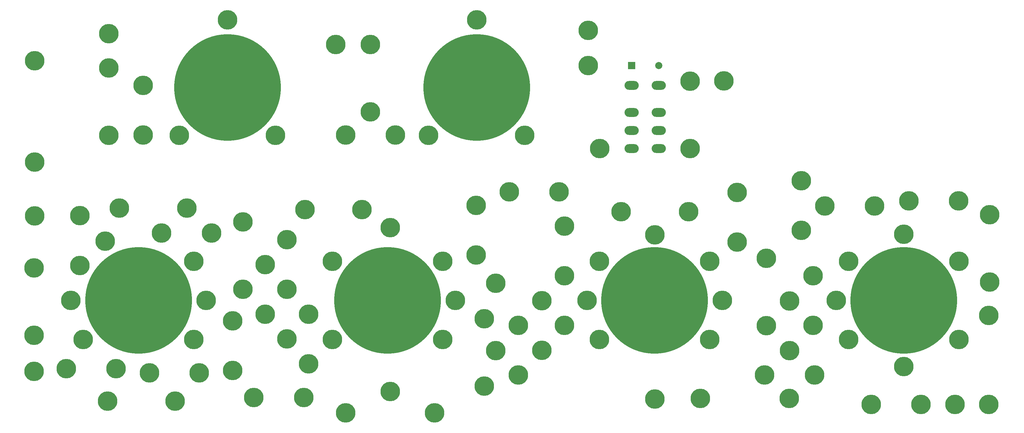
<source format=gbs>
G04 #@! TF.FileFunction,Soldermask,Bot*
%FSLAX46Y46*%
G04 Gerber Fmt 4.6, Leading zero omitted, Abs format (unit mm)*
G04 Created by KiCad (PCBNEW 4.0.4+dfsg1-stable) date Tue Sep 27 18:50:27 2016*
%MOMM*%
%LPD*%
G01*
G04 APERTURE LIST*
%ADD10C,0.100000*%
%ADD11C,5.500000*%
%ADD12C,30.000000*%
%ADD13R,2.000000X2.000000*%
%ADD14C,2.000000*%
%ADD15O,4.000000X2.500000*%
G04 APERTURE END LIST*
D10*
D11*
X146685000Y-181849000D03*
X146685000Y-195849000D03*
X259969000Y-142240000D03*
X259969000Y-123240000D03*
X343916000Y-189249000D03*
X343916000Y-214249000D03*
X287836000Y-212598000D03*
X262836000Y-212598000D03*
X163214000Y-216662000D03*
X188214000Y-216662000D03*
X202184000Y-190144000D03*
X202184000Y-209144000D03*
X259563000Y-160020000D03*
X240563000Y-160020000D03*
X118593000Y-159004000D03*
X99593000Y-159004000D03*
X281432000Y-192126000D03*
X281432000Y-173126000D03*
X170180000Y-131928000D03*
X170180000Y-112928000D03*
X96647000Y-119532000D03*
X96647000Y-138532000D03*
X75692000Y-175793000D03*
X75692000Y-194793000D03*
X96316000Y-213360000D03*
X115316000Y-213360000D03*
X134366000Y-162839000D03*
X134366000Y-181839000D03*
X334391000Y-214249000D03*
X344170000Y-179807000D03*
X344170000Y-160807000D03*
X205359000Y-199111000D03*
X205359000Y-180111000D03*
X151766000Y-159385000D03*
X167766000Y-159385000D03*
X86000000Y-185000000D03*
X120500000Y-196000000D03*
D12*
X105000000Y-185000000D03*
D11*
X89500000Y-196000000D03*
X120500000Y-174000000D03*
X124000000Y-185000000D03*
X177180000Y-138430000D03*
X163180000Y-138430000D03*
X159500000Y-174000000D03*
X190500000Y-196000000D03*
D12*
X175000000Y-185000000D03*
D11*
X159500000Y-196000000D03*
X190500000Y-174000000D03*
X194000000Y-185000000D03*
X304500000Y-174000000D03*
X301000000Y-185000000D03*
X335500000Y-196000000D03*
D12*
X320000000Y-185000000D03*
D11*
X304500000Y-196000000D03*
X335500000Y-174000000D03*
X320040000Y-166381000D03*
X320040000Y-203581000D03*
X250063000Y-166525000D03*
X250063000Y-212725000D03*
X175742600Y-164465000D03*
X175742600Y-210665000D03*
D13*
X243586000Y-118872000D03*
D14*
X251206000Y-118872000D03*
D15*
X251206000Y-142240000D03*
X251206000Y-137160000D03*
X251206000Y-124460000D03*
X243586000Y-124460000D03*
X243586000Y-137160000D03*
X243586000Y-142240000D03*
X243586000Y-132080000D03*
X251206000Y-132080000D03*
D11*
X231394000Y-118872000D03*
X231394000Y-108966000D03*
X75819000Y-161163000D03*
X234569000Y-142240000D03*
X95631000Y-168275000D03*
X96647000Y-109855000D03*
X75819000Y-146050000D03*
X75819000Y-117475000D03*
X160401000Y-112903000D03*
X297800000Y-158369000D03*
X311800000Y-158369000D03*
X209154000Y-154432000D03*
X223154000Y-154432000D03*
X321407000Y-156972000D03*
X335407000Y-156972000D03*
X324866000Y-214249000D03*
X310866000Y-214249000D03*
X291211000Y-151242000D03*
X291211000Y-165242000D03*
X273177000Y-154544000D03*
X273177000Y-168544000D03*
X224663000Y-164054000D03*
X224663000Y-178054000D03*
X224663000Y-178039000D03*
X224663000Y-192039000D03*
X211709000Y-192009000D03*
X211709000Y-206009000D03*
X287909000Y-185136000D03*
X287909000Y-199136000D03*
X218313000Y-185024000D03*
X218313000Y-199024000D03*
X294513000Y-178024000D03*
X294513000Y-192024000D03*
X280909000Y-205994000D03*
X294909000Y-205994000D03*
X199898000Y-158212000D03*
X199898000Y-172212000D03*
X152781000Y-188834000D03*
X152781000Y-202834000D03*
X146685000Y-167849000D03*
X146685000Y-181849000D03*
X140589000Y-174864000D03*
X140589000Y-188864000D03*
X131445000Y-204739000D03*
X131445000Y-190739000D03*
X111491000Y-165989000D03*
X125491000Y-165989000D03*
X108062000Y-205359000D03*
X122062000Y-205359000D03*
X137399000Y-212344000D03*
X151399000Y-212344000D03*
X88519000Y-161133000D03*
X88519000Y-175133000D03*
X84694000Y-204216000D03*
X98694000Y-204216000D03*
X106299000Y-138445000D03*
X106299000Y-124445000D03*
X234500000Y-174000000D03*
X231000000Y-185000000D03*
X265500000Y-196000000D03*
D12*
X250000000Y-185000000D03*
D11*
X234500000Y-196000000D03*
X265500000Y-174000000D03*
X269000000Y-185000000D03*
X130000000Y-106000000D03*
X116500000Y-138500000D03*
X143500000Y-138500000D03*
D12*
X130000000Y-125000000D03*
D11*
X200000000Y-106000000D03*
X186500000Y-138500000D03*
X213500000Y-138500000D03*
D12*
X200000000Y-125000000D03*
D11*
X269494000Y-123190000D03*
X75692000Y-204978000D03*
M02*

</source>
